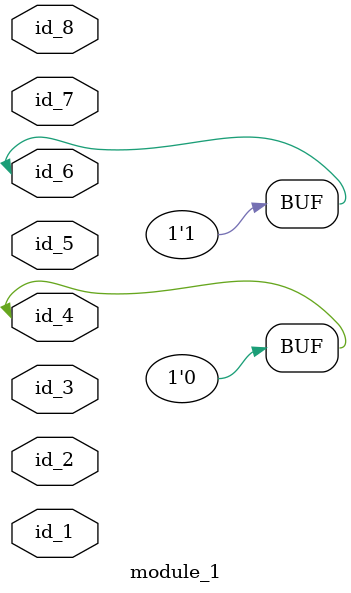
<source format=v>
module module_0 (
    id_1,
    id_2,
    id_3,
    id_4,
    id_5
);
  input wire id_5;
  output wire id_4;
  input wire id_3;
  input wire id_2;
  input wire id_1;
  assign id_4 = id_2;
  parameter id_6 = id_3 - id_3;
endmodule
module module_1 (
    id_1,
    id_2,
    id_3,
    id_4,
    id_5,
    id_6,
    id_7,
    id_8
);
  input wire id_8;
  input wire id_7;
  inout wire id_6;
  inout wire id_5;
  inout wire id_4;
  inout wire id_3;
  inout wire id_2;
  input wire id_1;
  assign id_6 = 1;
  nor primCall (id_4, id_2, id_5, id_1, id_3, id_6, id_11, id_10);
  wire id_9, id_10, id_11;
  module_0 modCall_1 (
      id_2,
      id_7,
      id_10,
      id_9,
      id_7
  );
  parameter id_12 = id_5 - id_1;
endmodule

</source>
